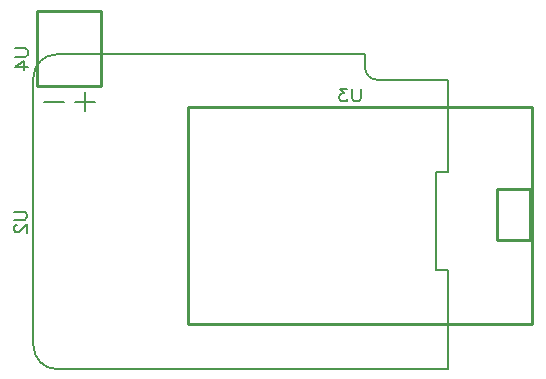
<source format=gbo>
G04 Layer: BottomSilkscreenLayer*
G04 EasyEDA v6.5.23, 2023-05-31 09:28:12*
G04 09e610007bd44921b29e07513bdf5b12,4db1f7442a1f4f30bb2da465e00f2567,10*
G04 Gerber Generator version 0.2*
G04 Scale: 100 percent, Rotated: No, Reflected: No *
G04 Dimensions in millimeters *
G04 leading zeros omitted , absolute positions ,4 integer and 5 decimal *
%FSLAX45Y45*%
%MOMM*%

%ADD10C,0.2032*%
%ADD11C,0.1524*%
%ADD12C,0.1501*%
%ADD13C,0.2540*%

%LPD*%
D10*
X1910773Y12864637D02*
G01*
X1910773Y12698384D01*
X1993900Y12781511D02*
G01*
X1827644Y12781511D01*
X1727200Y12781511D02*
G01*
X1560944Y12781511D01*
D11*
X1306868Y11849493D02*
G01*
X1384846Y11849493D01*
X1400340Y11844413D01*
X1410754Y11833999D01*
X1415834Y11818251D01*
X1415834Y11807837D01*
X1410754Y11792343D01*
X1400340Y11781929D01*
X1384846Y11776849D01*
X1306868Y11776849D01*
X1332776Y11737225D02*
G01*
X1327696Y11737225D01*
X1317282Y11732145D01*
X1311948Y11726811D01*
X1306868Y11716397D01*
X1306868Y11695823D01*
X1311948Y11685409D01*
X1317282Y11680075D01*
X1327696Y11674995D01*
X1338110Y11674995D01*
X1348524Y11680075D01*
X1364018Y11690489D01*
X1415834Y11742559D01*
X1415834Y11669661D01*
X4241800Y12891515D02*
G01*
X4241800Y12813537D01*
X4236720Y12798044D01*
X4226306Y12787629D01*
X4210558Y12782550D01*
X4200143Y12782550D01*
X4184650Y12787629D01*
X4174236Y12798044D01*
X4169156Y12813537D01*
X4169156Y12891515D01*
X4124452Y12891515D02*
G01*
X4067302Y12891515D01*
X4098290Y12849860D01*
X4082795Y12849860D01*
X4072381Y12844779D01*
X4067302Y12839700D01*
X4061968Y12823952D01*
X4061968Y12813537D01*
X4067302Y12798044D01*
X4077715Y12787629D01*
X4093209Y12782550D01*
X4108704Y12782550D01*
X4124452Y12787629D01*
X4129531Y12792710D01*
X4134865Y12803124D01*
X1319784Y13233400D02*
G01*
X1397762Y13233400D01*
X1413255Y13228320D01*
X1423670Y13217905D01*
X1428750Y13202157D01*
X1428750Y13191744D01*
X1423670Y13176250D01*
X1413255Y13165836D01*
X1397762Y13160755D01*
X1319784Y13160755D01*
X1319784Y13074395D02*
G01*
X1392428Y13126466D01*
X1392428Y13048487D01*
X1319784Y13074395D02*
G01*
X1428750Y13074395D01*
D12*
X4379595Y12967106D02*
G01*
X4979593Y12967106D01*
X4979593Y12181103D01*
X4879593Y12181103D01*
X4879593Y11359108D01*
X4979593Y11359108D01*
X4979593Y10516108D01*
X1671599Y10516108D01*
X1471599Y10716107D02*
G01*
X1471599Y12982092D01*
X1671599Y13182092D02*
G01*
X4279595Y13182092D01*
X4279595Y13066090D01*
D13*
X5689600Y12738100D02*
G01*
X2781300Y12738100D01*
X2781300Y10896600D01*
X5689600Y10896600D01*
X5689600Y12738100D01*
X5676900Y12039600D02*
G01*
X5397500Y12039600D01*
X5397500Y11607800D01*
X5676900Y11607800D01*
X5676900Y12039600D01*
X1498600Y13550900D02*
G01*
X1498600Y12915900D01*
X2044700Y12915900D01*
X2044700Y13550900D01*
X1498600Y13550900D01*
D12*
G75*
G01*
X1671599Y13182092D02*
G03*
X1471600Y12982092I0J-200000D01*
G75*
G01*
X1471600Y10716108D02*
G03*
X1671599Y10516108I199999J0D01*
G75*
G01*
X4279595Y13067106D02*
G03*
X4379595Y12967106I100000J0D01*
M02*

</source>
